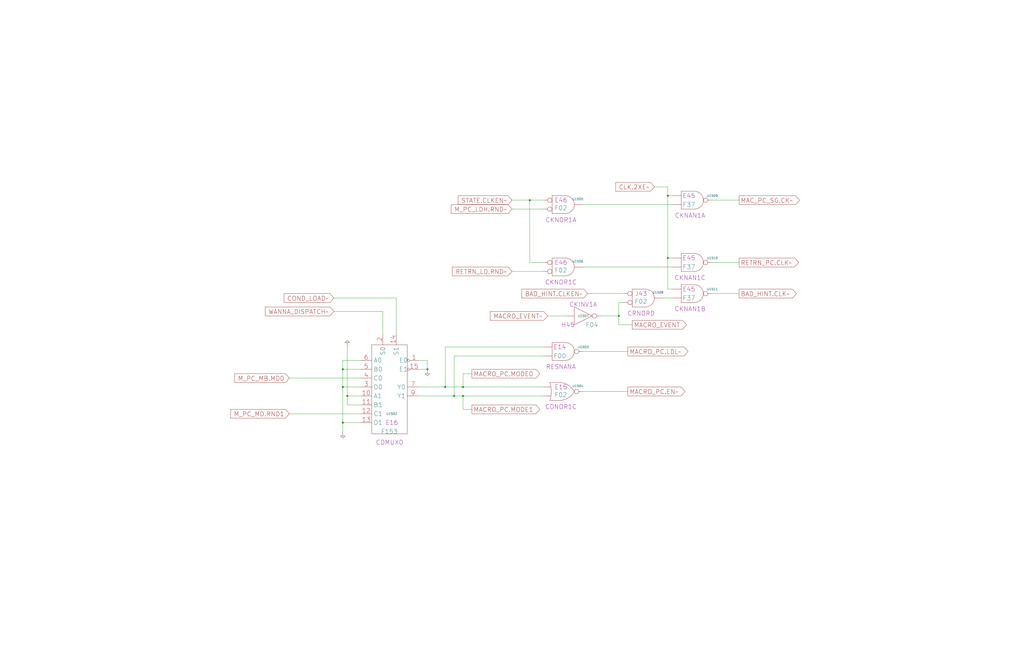
<source format=kicad_sch>
(kicad_sch (version 20230121) (generator eeschema)
  (paper "User" 584.2 378.46)
  (title_block (title "CODE REGISTER CONTROL") (date "22-MAY-90") (rev "1.0") (comment 1 "SEQUENCER") (comment 2 "232-003064") (comment 3 "S400") (comment 4 "RELEASED"))
  (lib_symbols
    (symbol "r1000:F00" (pin_numbers hide) (pin_names hide)
      (property "Reference" "U" (at 15.24 0 0))
      (property "Value" "F00" (at 1.905 -5.08 0))
      (property "Location" "___" (at 1.905 0 0))
      (property "Name" "______" (at 2.54 -12.7 0))
      (symbol "F00_0_1"
        (polyline (pts (xy -2.54 -7.62) (xy 5.08 -7.62)) (stroke (width 0.1524)))
        (polyline (pts (xy -2.54 2.54) (xy -2.54 -7.62)) (stroke (width 0.1524)))
        (polyline (pts (xy -2.54 2.54) (xy 5.08 2.54)) (stroke (width 0.1524)))
        (arc (start 5.08 -7.62) (mid 10.1282 -2.54) (end 5.08 2.54) (stroke (width 0.1524)))
        (circle (center 11.43 -2.54) (radius 1.27) (stroke (width 0.1524)))
      )
      (symbol "F00_0_2"
        (circle (center -3.81 -5.08) (radius 1.27) (stroke (width 0.1524)))
        (circle (center -3.81 0) (radius 1.27) (stroke (width 0.1524)))
        (arc (start -3.175 -7.62) (mid -2.134 -2.54) (end -3.175 2.54) (stroke (width 0.1524)))
        (polyline (pts (xy -3.175 -7.62) (xy 3.81 -7.62)) (stroke (width 0.1524)))
        (polyline (pts (xy -3.175 2.54) (xy 3.81 2.54)) (stroke (width 0.1524)))
        (arc (start 3.81 -7.62) (mid 7.5855 -5.8306) (end 10.16 -2.54) (stroke (width 0.1524)))
        (arc (start 10.16 -2.54) (mid 7.5827 0.7471) (end 3.81 2.54) (stroke (width 0.1524)))
      )
      (symbol "F00_1_1"
        (pin input line (at -7.62 0 0) (length 5.08) (name "D0") (number "1"))
        (pin input line (at -7.62 -5.08 0) (length 5.08) (name "D1") (number "2"))
        (pin output line (at 15.24 -2.54 180) (length 2.54) (name "Q") (number "3"))
      )
      (symbol "F00_1_2"
        (pin input line (at -7.62 0 0) (length 2.54) (name "D0") (number "1"))
        (pin input line (at -7.62 -5.08 0) (length 2.54) (name "D1") (number "2"))
        (pin output line (at 15.24 -2.54 180) (length 5.08) (name "Q") (number "3"))
      )
    )
    (symbol "r1000:F02" (pin_numbers hide) (pin_names hide)
      (property "Reference" "U" (at 12.16 0.635 0))
      (property "Value" "F02" (at -1.27 -4.445 0))
      (property "Location" "___" (at 2.54 0 0))
      (property "Name" "______" (at 2.54 -12.7 0))
      (symbol "F02_0_1"
        (arc (start -3.81 -7.62) (mid -2.9847 -2.54) (end -3.81 2.54) (stroke (width 0.1524)))
        (polyline (pts (xy -5.08 -5.08) (xy -3.175 -5.08)) (stroke (width 0.1524)))
        (polyline (pts (xy -5.08 0) (xy -3.175 0)) (stroke (width 0.1524)))
        (polyline (pts (xy -3.81 -7.62) (xy 2.54 -7.62)) (stroke (width 0.1524)))
        (polyline (pts (xy -3.81 2.54) (xy 2.54 2.54)) (stroke (width 0.1524)))
        (polyline (pts (xy 13.97 -2.54) (xy 12.7 -2.54)) (stroke (width 0.1524)))
        (arc (start 2.54 -7.62) (mid 6.9515 -5.9823) (end 10.16 -2.54) (stroke (width 0.1524)))
        (arc (start 10.16 -2.54) (mid 6.9478 0.8966) (end 2.54 2.54) (stroke (width 0.1524)))
        (circle (center 11.43 -2.54) (radius 1.27) (stroke (width 0.1524)))
      )
      (symbol "F02_0_2"
        (circle (center -3.81 -5.08) (radius 1.27) (stroke (width 0.1524)))
        (circle (center -3.81 0) (radius 1.27) (stroke (width 0.1524)))
        (polyline (pts (xy -2.54 -7.62) (xy 5.08 -7.62)) (stroke (width 0.1524)))
        (polyline (pts (xy -2.54 2.54) (xy -2.54 -7.62)) (stroke (width 0.1524)))
        (polyline (pts (xy -2.54 2.54) (xy 5.08 2.54)) (stroke (width 0.1524)))
        (polyline (pts (xy 11.43 -2.54) (xy 10.16 -2.54)) (stroke (width 0.1524)))
        (polyline (pts (xy 11.43 -2.54) (xy 12.7 -2.54)) (stroke (width 0.1524)))
        (arc (start 5.08 -7.62) (mid 10.1282 -2.54) (end 5.08 2.54) (stroke (width 0.1524)))
      )
      (symbol "F02_1_1"
        (pin input line (at -7.62 0 0) (length 2.54) (name "D0") (number "1"))
        (pin input line (at -7.62 -5.08 0) (length 2.54) (name "D1") (number "2"))
        (pin output line (at 15.24 -2.54 180) (length 1.27) (name "Q") (number "3"))
      )
      (symbol "F02_1_2"
        (pin input line (at -7.62 0 0) (length 2.54) (name "D0") (number "1"))
        (pin input line (at -7.62 -5.08 0) (length 2.54) (name "D1") (number "2"))
        (pin output line (at 15.24 -2.54 180) (length 2.54) (name "Q") (number "3"))
      )
    )
    (symbol "r1000:F04" (pin_numbers hide) (pin_names hide)
      (property "Reference" "U" (at 0 0 0))
      (property "Value" "F04" (at 1.27 -5.08 0))
      (property "Location" "___" (at -12.7 -5.08 0))
      (property "Name" "______" (at 0 5.08 0))
      (symbol "F04_0_1"
        (polyline (pts (xy -7.62 0) (xy -5.08 0)) (stroke (width 0.1524)))
        (polyline (pts (xy -5.08 5.08) (xy -5.08 -5.08)) (stroke (width 0.1524)))
        (polyline (pts (xy 5.08 0) (xy -5.08 -5.08)) (stroke (width 0.1524)))
        (polyline (pts (xy 5.08 0) (xy -5.08 5.08)) (stroke (width 0.1524)))
        (circle (center 6.35 0) (radius 1.27) (stroke (width 0.1524)))
      )
      (symbol "F04_1_1"
        (pin input line (at -10.16 0 0) (length 2.54) (name "D0") (number "1"))
        (pin output line (at 10.16 0 180) (length 2.54) (name "Q") (number "2"))
      )
    )
    (symbol "r1000:F153" (pin_names (offset 1.016))
      (property "Reference" "U" (at 2.54 5.08 0))
      (property "Value" "F153" (at -3.81 -5.08 0))
      (property "Location" "___" (at -1.27 0 0))
      (property "Name" "______" (at 1.27 -12.7 0))
      (symbol "F153_1_1"
        (rectangle (start -8.89 44.45) (end 11.43 -6.35))
        (circle (center 12.065 30.48) (radius 0.635))
        (circle (center 12.065 35.56) (radius 0.635))
        (pin input line (at 17.78 35.56 180) (length 5.08) (name "E0") (number "1"))
        (pin input line (at -15.24 15.24 0) (length 6.35) (name "A1") (number "10"))
        (pin input line (at -15.24 10.16 0) (length 6.35) (name "B1") (number "11"))
        (pin input line (at -15.24 5.08 0) (length 6.35) (name "C1") (number "12"))
        (pin input line (at -15.24 0 0) (length 6.35) (name "D1") (number "13"))
        (pin input line (at 5.08 50.8 270) (length 6.35) (name "S1") (number "14"))
        (pin input line (at 17.78 30.48 180) (length 5.08) (name "E1") (number "15"))
        (pin input line (at -2.54 50.8 270) (length 6.35) (name "S0") (number "2"))
        (pin input line (at -15.24 20.32 0) (length 6.35) (name "D0") (number "3"))
        (pin input line (at -15.24 25.4 0) (length 6.35) (name "C0") (number "4"))
        (pin input line (at -15.24 30.48 0) (length 6.35) (name "B0") (number "5"))
        (pin input line (at -15.24 35.56 0) (length 6.35) (name "A0") (number "6"))
        (pin output line (at 17.78 20.32 180) (length 6.35) (name "Y0") (number "7"))
        (pin output line (at 17.78 15.24 180) (length 6.35) (name "Y1") (number "9"))
      )
    )
    (symbol "r1000:F37" (pin_numbers hide) (pin_names (offset 0) hide)
      (property "Reference" "U" (at 15.24 0 0))
      (property "Value" "F37" (at 1.905 -5.08 0))
      (property "Location" "___" (at 1.905 0 0))
      (property "Name" "______" (at 2.54 -12.7 0))
      (symbol "F37_0_1"
        (polyline (pts (xy -2.54 -7.62) (xy 5.08 -7.62)) (stroke (width 0.1524)))
        (polyline (pts (xy -2.54 2.54) (xy -2.54 -7.62)) (stroke (width 0.1524)))
        (polyline (pts (xy -2.54 2.54) (xy 5.08 2.54)) (stroke (width 0.1524)))
        (arc (start 5.08 -7.62) (mid 10.1282 -2.54) (end 5.08 2.54) (stroke (width 0.1524)))
        (circle (center 11.43 -2.54) (radius 1.27) (stroke (width 0.1524)))
      )
      (symbol "F37_0_2"
        (circle (center -3.81 -5.08) (radius 1.27) (stroke (width 0.1524)))
        (circle (center -3.81 0) (radius 1.27) (stroke (width 0.1524)))
        (arc (start -3.175 -7.62) (mid -2.134 -2.54) (end -3.175 2.54) (stroke (width 0.1524)))
        (polyline (pts (xy -3.175 -7.62) (xy 3.81 -7.62)) (stroke (width 0.1524)))
        (polyline (pts (xy -3.175 2.54) (xy 3.81 2.54)) (stroke (width 0.1524)))
        (arc (start 3.81 -7.62) (mid 7.5855 -5.8306) (end 10.16 -2.54) (stroke (width 0.1524)))
        (arc (start 10.16 -2.54) (mid 7.5827 0.7471) (end 3.81 2.54) (stroke (width 0.1524)))
      )
      (symbol "F37_1_1"
        (pin input line (at -7.62 0 0) (length 5.08) (name "D0") (number "1"))
        (pin input line (at -7.62 -5.08 0) (length 5.08) (name "D1") (number "2"))
        (pin output line (at 15.24 -2.54 180) (length 2.54) (name "Q") (number "3"))
      )
      (symbol "F37_1_2"
        (pin input line (at -7.62 0 0) (length 2.54) (name "D0") (number "1"))
        (pin input line (at -7.62 -5.08 0) (length 2.54) (name "D1") (number "2"))
        (pin output line (at 15.24 -2.54 180) (length 5.08) (name "Q") (number "3"))
      )
    )
    (symbol "r1000:PD" (power) (pin_numbers hide) (pin_names hide) (in_bom no)
      (symbol "PD_0_1"
        (polyline (pts (xy 0 -2.54) (xy 1.27 -2.54) (xy 0 -3.81) (xy -1.27 -2.54) (xy 0 -2.54)) (stroke (width 0.1524)))
      )
      (symbol "PD_1_1"
        (pin power_in line (at 0 0 270) (length 2.54) (name "PD") (number "1"))
      )
    )
    (symbol "r1000:PU" (power) (pin_numbers hide) (pin_names hide)
      (symbol "PU_0_1"
        (polyline (pts (xy 0 2.54) (xy -1.27 2.54) (xy 0 3.81) (xy 1.27 2.54) (xy 0 2.54)) (stroke (width 0.1524)))
      )
      (symbol "PU_1_1"
        (pin power_in line (at 0 0 90) (length 2.54) (name "PU") (number "1"))
      )
    )
  )
  (junction (at 264.16 226.06))
  (junction (at 198.12 226.06))
  (junction (at 195.58 241.3))
  (junction (at 254 220.98))
  (junction (at 264.16 220.98))
  (junction (at 302.26 114.3))
  (junction (at 381 147.32))
  (junction (at 195.58 220.98))
  (junction (at 195.58 210.82))
  (junction (at 259.08 226.06))
  (junction (at 243.84 210.82))
  (junction (at 381 111.76))
  (junction (at 353.06 180.34))
  (wire (pts (xy 259.08 226.06) (xy 259.08 203.2)))
  (wire (pts (xy 383.54 111.76) (xy 381 111.76)))
  (wire (pts (xy 195.58 210.82) (xy 195.58 220.98)))
  (wire (pts (xy 353.06 180.34) (xy 353.06 172.72)))
  (wire (pts (xy 332.74 116.84) (xy 383.54 116.84)))
  (wire (pts (xy 195.58 241.3) (xy 195.58 246.38)))
  (wire (pts (xy 195.58 205.74) (xy 195.58 210.82)))
  (wire (pts (xy 195.58 241.3) (xy 205.74 241.3)))
  (wire (pts (xy 312.42 180.34) (xy 322.58 180.34)))
  (wire (pts (xy 195.58 220.98) (xy 205.74 220.98)))
  (wire (pts (xy 302.26 114.3) (xy 309.88 114.3)))
  (wire (pts (xy 292.1 119.38) (xy 309.88 119.38)))
  (wire (pts (xy 238.76 220.98) (xy 254 220.98)))
  (wire (pts (xy 383.54 165.1) (xy 381 165.1)))
  (wire (pts (xy 264.16 233.68) (xy 264.16 226.06)))
  (wire (pts (xy 198.12 226.06) (xy 205.74 226.06)))
  (wire (pts (xy 264.16 213.36) (xy 264.16 220.98)))
  (wire (pts (xy 335.28 167.64) (xy 355.6 167.64)))
  (wire (pts (xy 243.84 205.74) (xy 243.84 210.82)))
  (wire (pts (xy 165.1 215.9) (xy 205.74 215.9)))
  (wire (pts (xy 378.46 170.18) (xy 383.54 170.18)))
  (wire (pts (xy 381 111.76) (xy 381 106.68)))
  (wire (pts (xy 254 198.12) (xy 309.88 198.12)))
  (wire (pts (xy 332.74 152.4) (xy 383.54 152.4)))
  (wire (pts (xy 259.08 226.06) (xy 264.16 226.06)))
  (wire (pts (xy 195.58 210.82) (xy 205.74 210.82)))
  (wire (pts (xy 269.24 233.68) (xy 264.16 233.68)))
  (wire (pts (xy 198.12 231.14) (xy 198.12 226.06)))
  (wire (pts (xy 353.06 185.42) (xy 353.06 180.34)))
  (wire (pts (xy 406.4 149.86) (xy 421.64 149.86)))
  (wire (pts (xy 264.16 226.06) (xy 309.88 226.06)))
  (wire (pts (xy 254 220.98) (xy 254 198.12)))
  (wire (pts (xy 195.58 220.98) (xy 195.58 241.3)))
  (wire (pts (xy 309.88 149.86) (xy 302.26 149.86)))
  (wire (pts (xy 292.1 114.3) (xy 302.26 114.3)))
  (wire (pts (xy 264.16 220.98) (xy 309.88 220.98)))
  (wire (pts (xy 218.44 177.8) (xy 190.5 177.8)))
  (wire (pts (xy 302.26 149.86) (xy 302.26 114.3)))
  (wire (pts (xy 332.74 223.52) (xy 358.14 223.52)))
  (wire (pts (xy 259.08 203.2) (xy 309.88 203.2)))
  (wire (pts (xy 198.12 226.06) (xy 198.12 198.12)))
  (wire (pts (xy 360.68 185.42) (xy 353.06 185.42)))
  (wire (pts (xy 332.74 200.66) (xy 358.14 200.66)))
  (wire (pts (xy 342.9 180.34) (xy 353.06 180.34)))
  (wire (pts (xy 218.44 190.5) (xy 218.44 177.8)))
  (wire (pts (xy 381 111.76) (xy 381 147.32)))
  (wire (pts (xy 373.38 106.68) (xy 381 106.68)))
  (wire (pts (xy 238.76 226.06) (xy 259.08 226.06)))
  (wire (pts (xy 165.1 236.22) (xy 205.74 236.22)))
  (wire (pts (xy 406.4 114.3) (xy 421.64 114.3)))
  (wire (pts (xy 226.06 170.18) (xy 226.06 190.5)))
  (wire (pts (xy 353.06 172.72) (xy 355.6 172.72)))
  (wire (pts (xy 406.4 167.64) (xy 421.64 167.64)))
  (wire (pts (xy 238.76 210.82) (xy 243.84 210.82)))
  (wire (pts (xy 292.1 154.94) (xy 309.88 154.94)))
  (wire (pts (xy 269.24 213.36) (xy 264.16 213.36)))
  (wire (pts (xy 238.76 205.74) (xy 243.84 205.74)))
  (wire (pts (xy 381 165.1) (xy 381 147.32)))
  (wire (pts (xy 190.5 170.18) (xy 226.06 170.18)))
  (wire (pts (xy 381 147.32) (xy 383.54 147.32)))
  (wire (pts (xy 205.74 231.14) (xy 198.12 231.14)))
  (wire (pts (xy 254 220.98) (xy 264.16 220.98)))
  (wire (pts (xy 205.74 205.74) (xy 195.58 205.74)))
  (global_label "RETRN_LD.RND~" (shape input) (at 292.1 154.94 180) (effects (font (size 2.54 2.54))) (property "Intersheetrefs" "${INTERSHEET_REFS}" (at 258.0035 154.7813 0) (effects (font (size 1.905 1.905)) (justify right))))
  (global_label "COND_LOAD~" (shape input) (at 190.5 170.18 180) (effects (font (size 2.54 2.54))) (property "Intersheetrefs" "${INTERSHEET_REFS}" (at 160.9132 170.18 0) (effects (justify right))))
  (global_label "MACRO_PC.EN~" (shape output) (at 358.14 223.52 0) (effects (font (size 2.54 2.54))) (property "Intersheetrefs" "${INTERSHEET_REFS}" (at 390.785 223.3613 0) (effects (font (size 1.905 1.905)) (justify left))))
  (global_label "STATE.CLKEN~" (shape input) (at 292.1 114.3 180) (effects (font (size 2.54 2.54))) (property "Intersheetrefs" "${INTERSHEET_REFS}" (at 255.2216 114.1413 0) (effects (font (size 1.905 1.905)) (justify right))))
  (global_label "WANNA_DISPATCH~" (shape input) (at 190.5 177.8 180) (effects (font (size 2.54 2.54))) (property "Intersheetrefs" "${INTERSHEET_REFS}" (at 151.3235 177.6413 0) (effects (font (size 1.905 1.905)) (justify right))))
  (global_label "MACRO_EVENT~" (shape input) (at 312.42 180.34 180) (effects (font (size 2.54 2.54))) (property "Intersheetrefs" "${INTERSHEET_REFS}" (at 279.654 180.1813 0) (effects (font (size 1.905 1.905)) (justify right))))
  (global_label "M_PC_MD.RND1" (shape input) (at 165.1 236.22 180) (effects (font (size 2.54 2.54))) (property "Intersheetrefs" "${INTERSHEET_REFS}" (at 131.6083 236.0613 0) (effects (font (size 1.905 1.905)) (justify right))))
  (global_label "BAD_HINT.CLKEN~" (shape input) (at 335.28 167.64 180) (effects (font (size 2.54 2.54))) (property "Intersheetrefs" "${INTERSHEET_REFS}" (at 297.6759 167.4813 0) (effects (font (size 1.905 1.905)) (justify right))))
  (global_label "MACRO_PC.MODE1" (shape output) (at 269.24 233.68 0) (effects (font (size 2.54 2.54))) (property "Intersheetrefs" "${INTERSHEET_REFS}" (at 307.9327 233.5213 0) (effects (font (size 1.905 1.905)) (justify left))))
  (global_label "MACRO_PC.MODE0" (shape output) (at 269.24 213.36 0) (effects (font (size 2.54 2.54))) (property "Intersheetrefs" "${INTERSHEET_REFS}" (at 307.9327 213.2013 0) (effects (font (size 1.905 1.905)) (justify left))))
  (global_label "BAD_HINT.CLK~" (shape output) (at 421.64 167.64 0) (effects (font (size 2.54 2.54))) (property "Intersheetrefs" "${INTERSHEET_REFS}" (at 454.285 167.4813 0) (effects (font (size 1.905 1.905)) (justify left))))
  (global_label "M_PC_LDH.RND~" (shape input) (at 292.1 119.38 180) (effects (font (size 2.54 2.54))) (property "Intersheetrefs" "${INTERSHEET_REFS}" (at 257.3988 119.2213 0) (effects (font (size 1.905 1.905)) (justify right))))
  (global_label "MACRO_EVENT" (shape output) (at 360.68 185.42 0) (effects (font (size 2.54 2.54))) (property "Intersheetrefs" "${INTERSHEET_REFS}" (at 391.6317 185.2613 0) (effects (font (size 1.905 1.905)) (justify left))))
  (global_label "CLK.2XE~" (shape input) (at 373.38 106.68 180) (effects (font (size 2.54 2.54))) (property "Intersheetrefs" "${INTERSHEET_REFS}" (at 345.0892 106.5213 0) (effects (font (size 1.905 1.905)) (justify right))))
  (global_label "MACRO_PC.LDL~" (shape output) (at 358.14 200.66 0) (effects (font (size 2.54 2.54))) (property "Intersheetrefs" "${INTERSHEET_REFS}" (at 392.4784 200.5013 0) (effects (font (size 1.905 1.905)) (justify left))))
  (global_label "RETRN_PC.CLK~" (shape output) (at 421.64 149.86 0) (effects (font (size 2.54 2.54))) (property "Intersheetrefs" "${INTERSHEET_REFS}" (at 455.6155 149.7013 0) (effects (font (size 1.905 1.905)) (justify left))))
  (global_label "MAC_PC_SG.CK~" (shape output) (at 421.64 114.3 0) (effects (font (size 2.54 2.54))) (property "Intersheetrefs" "${INTERSHEET_REFS}" (at 456.0993 114.1413 0) (effects (font (size 1.905 1.905)) (justify left))))
  (global_label "M_PC_MB.MD0" (shape input) (at 165.1 215.9 180) (effects (font (size 2.54 2.54))) (property "Intersheetrefs" "${INTERSHEET_REFS}" (at 133.9064 215.7413 0) (effects (font (size 1.905 1.905)) (justify right))))
  (symbol (lib_id "r1000:PD") (at 243.84 210.82 0) (unit 1) (in_bom no)
    (property "Reference" "#PWR01503" (effects hide))
    (property "Value" "PD" (effects hide))
  )
  (symbol (lib_id "r1000:F37") (at 391.16 165.1 0) (unit 1)
    (property "Reference" "U1511" (at 406.4 165.1 0))
    (property "Value" "F37" (at 393.065 170.18 0) (effects (font (size 2.54 2.54))))
    (property "Location" "E45" (at 393.065 165.1 0) (effects (font (size 2.54 2.54))))
    (property "Name" "CKNAN1B" (at 393.7 177.8 0) (effects (font (size 2.54 2.54)) (justify bottom)))
  )
  (symbol (lib_id "r1000:F02") (at 317.5 114.3 0) (unit 1) (convert 2)
    (property "Reference" "U1505" (at 329.66 113.665 0))
    (property "Value" "F02" (at 316.23 118.745 0) (effects (font (size 2.54 2.54)) (justify left)))
    (property "Location" "E46" (at 320.04 114.3 0) (effects (font (size 2.54 2.54))))
    (property "Name" "CKNOR1A" (at 320.04 127 0) (effects (font (size 2.54 2.54)) (justify bottom)))
  )
  (symbol (lib_id "r1000:F02") (at 317.5 149.86 0) (unit 1) (convert 2)
    (property "Reference" "U1506" (at 329.66 149.225 0))
    (property "Value" "F02" (at 316.23 154.305 0) (effects (font (size 2.54 2.54)) (justify left)))
    (property "Location" "E46" (at 320.04 149.86 0) (effects (font (size 2.54 2.54))))
    (property "Name" "CKNOR1C" (at 320.04 162.56 0) (effects (font (size 2.54 2.54)) (justify bottom)))
  )
  (symbol (lib_id "r1000:F37") (at 391.16 147.32 0) (unit 1)
    (property "Reference" "U1510" (at 406.4 147.32 0))
    (property "Value" "F37" (at 393.065 152.4 0) (effects (font (size 2.54 2.54))))
    (property "Location" "E45" (at 393.065 147.32 0) (effects (font (size 2.54 2.54))))
    (property "Name" "CKNAN1C" (at 393.7 160.02 0) (effects (font (size 2.54 2.54)) (justify bottom)))
  )
  (symbol (lib_id "r1000:F37") (at 391.16 111.76 0) (unit 1)
    (property "Reference" "U1509" (at 406.4 111.76 0))
    (property "Value" "F37" (at 393.065 116.84 0) (effects (font (size 2.54 2.54))))
    (property "Location" "E45" (at 393.065 111.76 0) (effects (font (size 2.54 2.54))))
    (property "Name" "CKNAN1A" (at 393.7 124.46 0) (effects (font (size 2.54 2.54)) (justify bottom)))
  )
  (symbol (lib_id "r1000:PD") (at 195.58 246.38 0) (unit 1) (in_bom no)
    (property "Reference" "#PWR01501" (effects hide))
    (property "Value" "PD" (effects hide))
  )
  (symbol (lib_id "r1000:PU") (at 198.12 198.12 0) (unit 1)
    (property "Reference" "#PWR01502" (effects hide))
    (property "Value" "PU" (effects hide))
  )
  (symbol (lib_id "r1000:F00") (at 317.5 198.12 0) (unit 1)
    (property "Reference" "U1503" (at 332.74 198.12 0))
    (property "Value" "F00" (at 319.405 203.2 0) (effects (font (size 2.54 2.54))))
    (property "Location" "E14" (at 319.405 198.12 0) (effects (font (size 2.54 2.54))))
    (property "Name" "RESNANA" (at 320.04 210.82 0) (effects (font (size 2.54 2.54)) (justify bottom)))
  )
  (symbol (lib_id "r1000:F02") (at 363.22 167.64 0) (unit 1) (convert 2)
    (property "Reference" "U1508" (at 375.38 167.005 0))
    (property "Value" "F02" (at 361.95 172.085 0) (effects (font (size 2.54 2.54)) (justify left)))
    (property "Location" "J43" (at 365.76 167.64 0) (effects (font (size 2.54 2.54))))
    (property "Name" "CRNORD" (at 365.76 180.34 0) (effects (font (size 2.54 2.54)) (justify bottom)))
  )
  (symbol (lib_id "r1000:F153") (at 220.98 241.3 0) (unit 1)
    (property "Reference" "U1502" (at 223.52 236.22 0))
    (property "Value" "F153" (at 217.17 246.38 0) (effects (font (size 2.54 2.54)) (justify left)))
    (property "Location" "E16" (at 219.71 241.3 0) (effects (font (size 2.54 2.54)) (justify left)))
    (property "Name" "CDMUX0" (at 222.25 254 0) (effects (font (size 2.54 2.54)) (justify bottom)))
  )
  (symbol (lib_id "r1000:F04") (at 332.74 180.34 0) (unit 1)
    (property "Reference" "U1507" (at 332.74 180.34 0))
    (property "Value" "F04" (at 334.01 185.42 0) (effects (font (size 2.54 2.54)) (justify left)))
    (property "Location" "H45" (at 320.04 185.42 0) (effects (font (size 2.54 2.54)) (justify left)))
    (property "Name" "CKINV1A" (at 332.74 175.26 0) (effects (font (size 2.54 2.54)) (justify bottom)))
  )
  (symbol (lib_id "r1000:F02") (at 317.5 220.98 0) (unit 1)
    (property "Reference" "U1504" (at 329.66 220.345 0))
    (property "Value" "F02" (at 316.23 225.425 0) (effects (font (size 2.54 2.54)) (justify left)))
    (property "Location" "E15" (at 320.04 220.98 0) (effects (font (size 2.54 2.54))))
    (property "Name" "CDNOR1C" (at 320.04 233.68 0) (effects (font (size 2.54 2.54)) (justify bottom)))
  )
)
</source>
